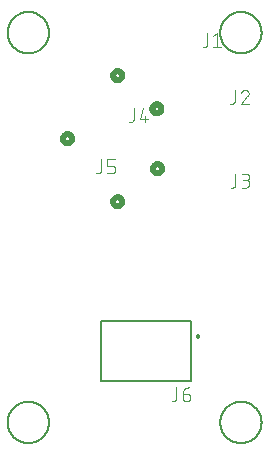
<source format=gbr>
G04 EAGLE Gerber RS-274X export*
G75*
%MOMM*%
%FSLAX34Y34*%
%LPD*%
%INSilkscreen Top*%
%IPPOS*%
%AMOC8*
5,1,8,0,0,1.08239X$1,22.5*%
G01*
%ADD10C,0.508000*%
%ADD11C,0.076200*%
%ADD12C,0.200000*%
%ADD13C,0.127000*%
%ADD14C,0.101600*%
%ADD15C,0.203200*%


D10*
X111900Y303350D02*
X111902Y303228D01*
X111908Y303106D01*
X111918Y302984D01*
X111931Y302863D01*
X111949Y302742D01*
X111970Y302622D01*
X111996Y302502D01*
X112025Y302384D01*
X112057Y302266D01*
X112094Y302149D01*
X112134Y302034D01*
X112178Y301920D01*
X112226Y301808D01*
X112277Y301697D01*
X112332Y301588D01*
X112390Y301480D01*
X112452Y301375D01*
X112517Y301272D01*
X112585Y301170D01*
X112657Y301071D01*
X112731Y300975D01*
X112809Y300880D01*
X112890Y300789D01*
X112973Y300699D01*
X113059Y300613D01*
X113149Y300530D01*
X113240Y300449D01*
X113335Y300371D01*
X113431Y300297D01*
X113530Y300225D01*
X113632Y300157D01*
X113735Y300092D01*
X113840Y300030D01*
X113948Y299972D01*
X114057Y299917D01*
X114168Y299866D01*
X114280Y299818D01*
X114394Y299774D01*
X114509Y299734D01*
X114626Y299697D01*
X114744Y299665D01*
X114862Y299636D01*
X114982Y299610D01*
X115102Y299589D01*
X115223Y299571D01*
X115344Y299558D01*
X115466Y299548D01*
X115588Y299542D01*
X115710Y299540D01*
X115832Y299542D01*
X115954Y299548D01*
X116076Y299558D01*
X116197Y299571D01*
X116318Y299589D01*
X116438Y299610D01*
X116558Y299636D01*
X116676Y299665D01*
X116794Y299697D01*
X116911Y299734D01*
X117026Y299774D01*
X117140Y299818D01*
X117252Y299866D01*
X117363Y299917D01*
X117472Y299972D01*
X117580Y300030D01*
X117685Y300092D01*
X117788Y300157D01*
X117890Y300225D01*
X117989Y300297D01*
X118085Y300371D01*
X118180Y300449D01*
X118271Y300530D01*
X118361Y300613D01*
X118447Y300699D01*
X118530Y300789D01*
X118611Y300880D01*
X118689Y300975D01*
X118763Y301071D01*
X118835Y301170D01*
X118903Y301272D01*
X118968Y301375D01*
X119030Y301480D01*
X119088Y301588D01*
X119143Y301697D01*
X119194Y301808D01*
X119242Y301920D01*
X119286Y302034D01*
X119326Y302149D01*
X119363Y302266D01*
X119395Y302384D01*
X119424Y302502D01*
X119450Y302622D01*
X119471Y302742D01*
X119489Y302863D01*
X119502Y302984D01*
X119512Y303106D01*
X119518Y303228D01*
X119520Y303350D01*
X119518Y303472D01*
X119512Y303594D01*
X119502Y303716D01*
X119489Y303837D01*
X119471Y303958D01*
X119450Y304078D01*
X119424Y304198D01*
X119395Y304316D01*
X119363Y304434D01*
X119326Y304551D01*
X119286Y304666D01*
X119242Y304780D01*
X119194Y304892D01*
X119143Y305003D01*
X119088Y305112D01*
X119030Y305220D01*
X118968Y305325D01*
X118903Y305428D01*
X118835Y305530D01*
X118763Y305629D01*
X118689Y305725D01*
X118611Y305820D01*
X118530Y305911D01*
X118447Y306001D01*
X118361Y306087D01*
X118271Y306170D01*
X118180Y306251D01*
X118085Y306329D01*
X117989Y306403D01*
X117890Y306475D01*
X117788Y306543D01*
X117685Y306608D01*
X117580Y306670D01*
X117472Y306728D01*
X117363Y306783D01*
X117252Y306834D01*
X117140Y306882D01*
X117026Y306926D01*
X116911Y306966D01*
X116794Y307003D01*
X116676Y307035D01*
X116558Y307064D01*
X116438Y307090D01*
X116318Y307111D01*
X116197Y307129D01*
X116076Y307142D01*
X115954Y307152D01*
X115832Y307158D01*
X115710Y307160D01*
X115588Y307158D01*
X115466Y307152D01*
X115344Y307142D01*
X115223Y307129D01*
X115102Y307111D01*
X114982Y307090D01*
X114862Y307064D01*
X114744Y307035D01*
X114626Y307003D01*
X114509Y306966D01*
X114394Y306926D01*
X114280Y306882D01*
X114168Y306834D01*
X114057Y306783D01*
X113948Y306728D01*
X113840Y306670D01*
X113735Y306608D01*
X113632Y306543D01*
X113530Y306475D01*
X113431Y306403D01*
X113335Y306329D01*
X113240Y306251D01*
X113149Y306170D01*
X113059Y306087D01*
X112973Y306001D01*
X112890Y305911D01*
X112809Y305820D01*
X112731Y305725D01*
X112657Y305629D01*
X112585Y305530D01*
X112517Y305428D01*
X112452Y305325D01*
X112390Y305220D01*
X112332Y305112D01*
X112277Y305003D01*
X112226Y304892D01*
X112178Y304780D01*
X112134Y304666D01*
X112094Y304551D01*
X112057Y304434D01*
X112025Y304316D01*
X111996Y304198D01*
X111970Y304078D01*
X111949Y303958D01*
X111931Y303837D01*
X111918Y303716D01*
X111908Y303594D01*
X111902Y303472D01*
X111900Y303350D01*
D11*
X191594Y330034D02*
X191594Y339319D01*
X191594Y330034D02*
X191592Y329932D01*
X191586Y329831D01*
X191576Y329730D01*
X191563Y329629D01*
X191545Y329529D01*
X191524Y329430D01*
X191499Y329331D01*
X191470Y329234D01*
X191438Y329137D01*
X191402Y329042D01*
X191362Y328949D01*
X191319Y328857D01*
X191272Y328767D01*
X191221Y328678D01*
X191168Y328592D01*
X191111Y328508D01*
X191051Y328426D01*
X190988Y328346D01*
X190922Y328269D01*
X190853Y328194D01*
X190781Y328122D01*
X190706Y328053D01*
X190629Y327987D01*
X190549Y327924D01*
X190467Y327864D01*
X190383Y327807D01*
X190297Y327754D01*
X190208Y327703D01*
X190118Y327656D01*
X190026Y327613D01*
X189933Y327573D01*
X189838Y327537D01*
X189741Y327505D01*
X189644Y327476D01*
X189545Y327451D01*
X189446Y327430D01*
X189346Y327412D01*
X189245Y327399D01*
X189144Y327389D01*
X189043Y327383D01*
X188941Y327381D01*
X187615Y327381D01*
X196732Y336666D02*
X200049Y339319D01*
X200049Y327381D01*
X203365Y327381D02*
X196732Y327381D01*
D10*
X152720Y275400D02*
X152718Y275278D01*
X152712Y275156D01*
X152702Y275034D01*
X152689Y274913D01*
X152671Y274792D01*
X152650Y274672D01*
X152624Y274552D01*
X152595Y274434D01*
X152563Y274316D01*
X152526Y274199D01*
X152486Y274084D01*
X152442Y273970D01*
X152394Y273858D01*
X152343Y273747D01*
X152288Y273638D01*
X152230Y273530D01*
X152168Y273425D01*
X152103Y273322D01*
X152035Y273220D01*
X151963Y273121D01*
X151889Y273025D01*
X151811Y272930D01*
X151730Y272839D01*
X151647Y272749D01*
X151561Y272663D01*
X151471Y272580D01*
X151380Y272499D01*
X151285Y272421D01*
X151189Y272347D01*
X151090Y272275D01*
X150988Y272207D01*
X150885Y272142D01*
X150780Y272080D01*
X150672Y272022D01*
X150563Y271967D01*
X150452Y271916D01*
X150340Y271868D01*
X150226Y271824D01*
X150111Y271784D01*
X149994Y271747D01*
X149876Y271715D01*
X149758Y271686D01*
X149638Y271660D01*
X149518Y271639D01*
X149397Y271621D01*
X149276Y271608D01*
X149154Y271598D01*
X149032Y271592D01*
X148910Y271590D01*
X148788Y271592D01*
X148666Y271598D01*
X148544Y271608D01*
X148423Y271621D01*
X148302Y271639D01*
X148182Y271660D01*
X148062Y271686D01*
X147944Y271715D01*
X147826Y271747D01*
X147709Y271784D01*
X147594Y271824D01*
X147480Y271868D01*
X147368Y271916D01*
X147257Y271967D01*
X147148Y272022D01*
X147040Y272080D01*
X146935Y272142D01*
X146832Y272207D01*
X146730Y272275D01*
X146631Y272347D01*
X146535Y272421D01*
X146440Y272499D01*
X146349Y272580D01*
X146259Y272663D01*
X146173Y272749D01*
X146090Y272839D01*
X146009Y272930D01*
X145931Y273025D01*
X145857Y273121D01*
X145785Y273220D01*
X145717Y273322D01*
X145652Y273425D01*
X145590Y273530D01*
X145532Y273638D01*
X145477Y273747D01*
X145426Y273858D01*
X145378Y273970D01*
X145334Y274084D01*
X145294Y274199D01*
X145257Y274316D01*
X145225Y274434D01*
X145196Y274552D01*
X145170Y274672D01*
X145149Y274792D01*
X145131Y274913D01*
X145118Y275034D01*
X145108Y275156D01*
X145102Y275278D01*
X145100Y275400D01*
X145102Y275522D01*
X145108Y275644D01*
X145118Y275766D01*
X145131Y275887D01*
X145149Y276008D01*
X145170Y276128D01*
X145196Y276248D01*
X145225Y276366D01*
X145257Y276484D01*
X145294Y276601D01*
X145334Y276716D01*
X145378Y276830D01*
X145426Y276942D01*
X145477Y277053D01*
X145532Y277162D01*
X145590Y277270D01*
X145652Y277375D01*
X145717Y277478D01*
X145785Y277580D01*
X145857Y277679D01*
X145931Y277775D01*
X146009Y277870D01*
X146090Y277961D01*
X146173Y278051D01*
X146259Y278137D01*
X146349Y278220D01*
X146440Y278301D01*
X146535Y278379D01*
X146631Y278453D01*
X146730Y278525D01*
X146832Y278593D01*
X146935Y278658D01*
X147040Y278720D01*
X147148Y278778D01*
X147257Y278833D01*
X147368Y278884D01*
X147480Y278932D01*
X147594Y278976D01*
X147709Y279016D01*
X147826Y279053D01*
X147944Y279085D01*
X148062Y279114D01*
X148182Y279140D01*
X148302Y279161D01*
X148423Y279179D01*
X148544Y279192D01*
X148666Y279202D01*
X148788Y279208D01*
X148910Y279210D01*
X149032Y279208D01*
X149154Y279202D01*
X149276Y279192D01*
X149397Y279179D01*
X149518Y279161D01*
X149638Y279140D01*
X149758Y279114D01*
X149876Y279085D01*
X149994Y279053D01*
X150111Y279016D01*
X150226Y278976D01*
X150340Y278932D01*
X150452Y278884D01*
X150563Y278833D01*
X150672Y278778D01*
X150780Y278720D01*
X150885Y278658D01*
X150988Y278593D01*
X151090Y278525D01*
X151189Y278453D01*
X151285Y278379D01*
X151380Y278301D01*
X151471Y278220D01*
X151561Y278137D01*
X151647Y278051D01*
X151730Y277961D01*
X151811Y277870D01*
X151889Y277775D01*
X151963Y277679D01*
X152035Y277580D01*
X152103Y277478D01*
X152168Y277375D01*
X152230Y277270D01*
X152288Y277162D01*
X152343Y277053D01*
X152394Y276942D01*
X152442Y276830D01*
X152486Y276716D01*
X152526Y276601D01*
X152563Y276484D01*
X152595Y276366D01*
X152624Y276248D01*
X152650Y276128D01*
X152671Y276008D01*
X152689Y275887D01*
X152702Y275766D01*
X152712Y275644D01*
X152718Y275522D01*
X152720Y275400D01*
D11*
X214794Y282084D02*
X214794Y291369D01*
X214794Y282084D02*
X214792Y281982D01*
X214786Y281881D01*
X214776Y281780D01*
X214763Y281679D01*
X214745Y281579D01*
X214724Y281480D01*
X214699Y281381D01*
X214670Y281284D01*
X214638Y281187D01*
X214602Y281092D01*
X214562Y280999D01*
X214519Y280907D01*
X214472Y280817D01*
X214421Y280728D01*
X214368Y280642D01*
X214311Y280558D01*
X214251Y280476D01*
X214188Y280396D01*
X214122Y280319D01*
X214053Y280244D01*
X213981Y280172D01*
X213906Y280103D01*
X213829Y280037D01*
X213749Y279974D01*
X213667Y279914D01*
X213583Y279857D01*
X213497Y279804D01*
X213408Y279753D01*
X213318Y279706D01*
X213226Y279663D01*
X213133Y279623D01*
X213038Y279587D01*
X212941Y279555D01*
X212844Y279526D01*
X212745Y279501D01*
X212646Y279480D01*
X212546Y279462D01*
X212445Y279449D01*
X212344Y279439D01*
X212243Y279433D01*
X212141Y279431D01*
X210815Y279431D01*
X223580Y291370D02*
X223687Y291368D01*
X223793Y291362D01*
X223899Y291353D01*
X224005Y291340D01*
X224110Y291323D01*
X224215Y291302D01*
X224318Y291277D01*
X224421Y291249D01*
X224523Y291217D01*
X224623Y291182D01*
X224722Y291143D01*
X224820Y291100D01*
X224916Y291054D01*
X225011Y291005D01*
X225103Y290952D01*
X225194Y290896D01*
X225282Y290837D01*
X225369Y290775D01*
X225453Y290709D01*
X225535Y290641D01*
X225614Y290570D01*
X225691Y290496D01*
X225765Y290419D01*
X225836Y290340D01*
X225904Y290258D01*
X225970Y290174D01*
X226032Y290087D01*
X226091Y289999D01*
X226147Y289908D01*
X226200Y289816D01*
X226249Y289721D01*
X226295Y289625D01*
X226338Y289527D01*
X226377Y289428D01*
X226412Y289328D01*
X226444Y289226D01*
X226472Y289123D01*
X226497Y289020D01*
X226518Y288915D01*
X226535Y288810D01*
X226548Y288704D01*
X226557Y288598D01*
X226563Y288492D01*
X226565Y288385D01*
X223580Y291369D02*
X223459Y291367D01*
X223339Y291361D01*
X223219Y291352D01*
X223099Y291339D01*
X222980Y291322D01*
X222861Y291301D01*
X222743Y291277D01*
X222626Y291248D01*
X222510Y291217D01*
X222394Y291181D01*
X222280Y291142D01*
X222168Y291099D01*
X222056Y291053D01*
X221946Y291004D01*
X221838Y290950D01*
X221732Y290894D01*
X221627Y290834D01*
X221524Y290771D01*
X221424Y290705D01*
X221325Y290636D01*
X221229Y290563D01*
X221135Y290488D01*
X221043Y290410D01*
X220954Y290328D01*
X220867Y290244D01*
X220784Y290158D01*
X220702Y290069D01*
X220624Y289977D01*
X220549Y289883D01*
X220477Y289786D01*
X220407Y289688D01*
X220341Y289587D01*
X220278Y289484D01*
X220219Y289379D01*
X220162Y289273D01*
X220109Y289164D01*
X220060Y289055D01*
X220014Y288943D01*
X219971Y288830D01*
X219933Y288716D01*
X225570Y286063D02*
X225650Y286143D01*
X225728Y286225D01*
X225802Y286309D01*
X225874Y286397D01*
X225942Y286487D01*
X226008Y286579D01*
X226070Y286673D01*
X226128Y286769D01*
X226183Y286868D01*
X226235Y286968D01*
X226283Y287070D01*
X226328Y287174D01*
X226368Y287279D01*
X226405Y287386D01*
X226439Y287494D01*
X226468Y287603D01*
X226494Y287713D01*
X226515Y287824D01*
X226533Y287935D01*
X226547Y288047D01*
X226557Y288159D01*
X226563Y288272D01*
X226565Y288385D01*
X225570Y286063D02*
X219932Y279431D01*
X226565Y279431D01*
D10*
X153320Y224600D02*
X153318Y224478D01*
X153312Y224356D01*
X153302Y224234D01*
X153289Y224113D01*
X153271Y223992D01*
X153250Y223872D01*
X153224Y223752D01*
X153195Y223634D01*
X153163Y223516D01*
X153126Y223399D01*
X153086Y223284D01*
X153042Y223170D01*
X152994Y223058D01*
X152943Y222947D01*
X152888Y222838D01*
X152830Y222730D01*
X152768Y222625D01*
X152703Y222522D01*
X152635Y222420D01*
X152563Y222321D01*
X152489Y222225D01*
X152411Y222130D01*
X152330Y222039D01*
X152247Y221949D01*
X152161Y221863D01*
X152071Y221780D01*
X151980Y221699D01*
X151885Y221621D01*
X151789Y221547D01*
X151690Y221475D01*
X151588Y221407D01*
X151485Y221342D01*
X151380Y221280D01*
X151272Y221222D01*
X151163Y221167D01*
X151052Y221116D01*
X150940Y221068D01*
X150826Y221024D01*
X150711Y220984D01*
X150594Y220947D01*
X150476Y220915D01*
X150358Y220886D01*
X150238Y220860D01*
X150118Y220839D01*
X149997Y220821D01*
X149876Y220808D01*
X149754Y220798D01*
X149632Y220792D01*
X149510Y220790D01*
X149388Y220792D01*
X149266Y220798D01*
X149144Y220808D01*
X149023Y220821D01*
X148902Y220839D01*
X148782Y220860D01*
X148662Y220886D01*
X148544Y220915D01*
X148426Y220947D01*
X148309Y220984D01*
X148194Y221024D01*
X148080Y221068D01*
X147968Y221116D01*
X147857Y221167D01*
X147748Y221222D01*
X147640Y221280D01*
X147535Y221342D01*
X147432Y221407D01*
X147330Y221475D01*
X147231Y221547D01*
X147135Y221621D01*
X147040Y221699D01*
X146949Y221780D01*
X146859Y221863D01*
X146773Y221949D01*
X146690Y222039D01*
X146609Y222130D01*
X146531Y222225D01*
X146457Y222321D01*
X146385Y222420D01*
X146317Y222522D01*
X146252Y222625D01*
X146190Y222730D01*
X146132Y222838D01*
X146077Y222947D01*
X146026Y223058D01*
X145978Y223170D01*
X145934Y223284D01*
X145894Y223399D01*
X145857Y223516D01*
X145825Y223634D01*
X145796Y223752D01*
X145770Y223872D01*
X145749Y223992D01*
X145731Y224113D01*
X145718Y224234D01*
X145708Y224356D01*
X145702Y224478D01*
X145700Y224600D01*
X145702Y224722D01*
X145708Y224844D01*
X145718Y224966D01*
X145731Y225087D01*
X145749Y225208D01*
X145770Y225328D01*
X145796Y225448D01*
X145825Y225566D01*
X145857Y225684D01*
X145894Y225801D01*
X145934Y225916D01*
X145978Y226030D01*
X146026Y226142D01*
X146077Y226253D01*
X146132Y226362D01*
X146190Y226470D01*
X146252Y226575D01*
X146317Y226678D01*
X146385Y226780D01*
X146457Y226879D01*
X146531Y226975D01*
X146609Y227070D01*
X146690Y227161D01*
X146773Y227251D01*
X146859Y227337D01*
X146949Y227420D01*
X147040Y227501D01*
X147135Y227579D01*
X147231Y227653D01*
X147330Y227725D01*
X147432Y227793D01*
X147535Y227858D01*
X147640Y227920D01*
X147748Y227978D01*
X147857Y228033D01*
X147968Y228084D01*
X148080Y228132D01*
X148194Y228176D01*
X148309Y228216D01*
X148426Y228253D01*
X148544Y228285D01*
X148662Y228314D01*
X148782Y228340D01*
X148902Y228361D01*
X149023Y228379D01*
X149144Y228392D01*
X149266Y228402D01*
X149388Y228408D01*
X149510Y228410D01*
X149632Y228408D01*
X149754Y228402D01*
X149876Y228392D01*
X149997Y228379D01*
X150118Y228361D01*
X150238Y228340D01*
X150358Y228314D01*
X150476Y228285D01*
X150594Y228253D01*
X150711Y228216D01*
X150826Y228176D01*
X150940Y228132D01*
X151052Y228084D01*
X151163Y228033D01*
X151272Y227978D01*
X151380Y227920D01*
X151485Y227858D01*
X151588Y227793D01*
X151690Y227725D01*
X151789Y227653D01*
X151885Y227579D01*
X151980Y227501D01*
X152071Y227420D01*
X152161Y227337D01*
X152247Y227251D01*
X152330Y227161D01*
X152411Y227070D01*
X152489Y226975D01*
X152563Y226879D01*
X152635Y226780D01*
X152703Y226678D01*
X152768Y226575D01*
X152830Y226470D01*
X152888Y226362D01*
X152943Y226253D01*
X152994Y226142D01*
X153042Y226030D01*
X153086Y225916D01*
X153126Y225801D01*
X153163Y225684D01*
X153195Y225566D01*
X153224Y225448D01*
X153250Y225328D01*
X153271Y225208D01*
X153289Y225087D01*
X153302Y224966D01*
X153312Y224844D01*
X153318Y224722D01*
X153320Y224600D01*
D11*
X215394Y220569D02*
X215394Y211284D01*
X215392Y211182D01*
X215386Y211081D01*
X215376Y210980D01*
X215363Y210879D01*
X215345Y210779D01*
X215324Y210680D01*
X215299Y210581D01*
X215270Y210484D01*
X215238Y210387D01*
X215202Y210292D01*
X215162Y210199D01*
X215119Y210107D01*
X215072Y210017D01*
X215021Y209928D01*
X214968Y209842D01*
X214911Y209758D01*
X214851Y209676D01*
X214788Y209596D01*
X214722Y209519D01*
X214653Y209444D01*
X214581Y209372D01*
X214506Y209303D01*
X214429Y209237D01*
X214349Y209174D01*
X214267Y209114D01*
X214183Y209057D01*
X214097Y209004D01*
X214008Y208953D01*
X213918Y208906D01*
X213826Y208863D01*
X213733Y208823D01*
X213638Y208787D01*
X213541Y208755D01*
X213444Y208726D01*
X213345Y208701D01*
X213246Y208680D01*
X213146Y208662D01*
X213045Y208649D01*
X212944Y208639D01*
X212843Y208633D01*
X212741Y208631D01*
X211415Y208631D01*
X220532Y208631D02*
X223849Y208631D01*
X223963Y208633D01*
X224078Y208639D01*
X224192Y208649D01*
X224305Y208663D01*
X224419Y208680D01*
X224531Y208702D01*
X224643Y208727D01*
X224753Y208757D01*
X224863Y208790D01*
X224971Y208827D01*
X225078Y208867D01*
X225184Y208912D01*
X225288Y208959D01*
X225390Y209011D01*
X225490Y209066D01*
X225589Y209124D01*
X225685Y209186D01*
X225780Y209251D01*
X225871Y209319D01*
X225961Y209391D01*
X226048Y209465D01*
X226132Y209542D01*
X226214Y209623D01*
X226293Y209706D01*
X226369Y209791D01*
X226442Y209880D01*
X226511Y209970D01*
X226578Y210063D01*
X226641Y210159D01*
X226701Y210256D01*
X226758Y210356D01*
X226811Y210457D01*
X226861Y210560D01*
X226907Y210665D01*
X226950Y210771D01*
X226988Y210879D01*
X227023Y210988D01*
X227054Y211098D01*
X227082Y211209D01*
X227105Y211321D01*
X227125Y211434D01*
X227141Y211547D01*
X227153Y211661D01*
X227161Y211775D01*
X227165Y211890D01*
X227165Y212004D01*
X227161Y212119D01*
X227153Y212233D01*
X227141Y212347D01*
X227125Y212460D01*
X227105Y212573D01*
X227082Y212685D01*
X227054Y212796D01*
X227023Y212906D01*
X226988Y213015D01*
X226950Y213123D01*
X226907Y213229D01*
X226861Y213334D01*
X226811Y213437D01*
X226758Y213538D01*
X226701Y213638D01*
X226641Y213735D01*
X226578Y213831D01*
X226511Y213924D01*
X226442Y214014D01*
X226369Y214103D01*
X226293Y214188D01*
X226214Y214271D01*
X226132Y214352D01*
X226048Y214429D01*
X225961Y214503D01*
X225871Y214575D01*
X225780Y214643D01*
X225685Y214708D01*
X225589Y214770D01*
X225490Y214828D01*
X225390Y214883D01*
X225288Y214935D01*
X225184Y214982D01*
X225078Y215027D01*
X224971Y215067D01*
X224863Y215104D01*
X224753Y215137D01*
X224643Y215167D01*
X224531Y215192D01*
X224419Y215214D01*
X224305Y215231D01*
X224192Y215245D01*
X224078Y215255D01*
X223963Y215261D01*
X223849Y215263D01*
X224512Y220569D02*
X220532Y220569D01*
X224512Y220569D02*
X224614Y220567D01*
X224715Y220561D01*
X224816Y220551D01*
X224917Y220538D01*
X225017Y220520D01*
X225116Y220499D01*
X225215Y220474D01*
X225312Y220445D01*
X225409Y220413D01*
X225504Y220377D01*
X225597Y220337D01*
X225689Y220294D01*
X225779Y220247D01*
X225868Y220196D01*
X225954Y220143D01*
X226038Y220086D01*
X226120Y220026D01*
X226200Y219963D01*
X226277Y219897D01*
X226352Y219828D01*
X226424Y219756D01*
X226493Y219681D01*
X226559Y219604D01*
X226622Y219524D01*
X226682Y219442D01*
X226739Y219358D01*
X226792Y219272D01*
X226843Y219183D01*
X226890Y219093D01*
X226933Y219001D01*
X226973Y218908D01*
X227009Y218813D01*
X227041Y218716D01*
X227070Y218619D01*
X227095Y218520D01*
X227116Y218421D01*
X227134Y218321D01*
X227147Y218220D01*
X227157Y218119D01*
X227163Y218018D01*
X227165Y217916D01*
X227163Y217814D01*
X227157Y217713D01*
X227147Y217612D01*
X227134Y217511D01*
X227116Y217411D01*
X227095Y217312D01*
X227070Y217213D01*
X227041Y217116D01*
X227009Y217019D01*
X226973Y216924D01*
X226933Y216831D01*
X226890Y216739D01*
X226843Y216649D01*
X226792Y216560D01*
X226739Y216474D01*
X226682Y216390D01*
X226622Y216308D01*
X226559Y216228D01*
X226493Y216151D01*
X226424Y216076D01*
X226352Y216004D01*
X226277Y215935D01*
X226200Y215869D01*
X226120Y215806D01*
X226038Y215746D01*
X225954Y215689D01*
X225868Y215636D01*
X225779Y215585D01*
X225689Y215538D01*
X225597Y215495D01*
X225504Y215455D01*
X225409Y215419D01*
X225312Y215387D01*
X225215Y215358D01*
X225116Y215333D01*
X225017Y215312D01*
X224917Y215294D01*
X224816Y215281D01*
X224715Y215271D01*
X224614Y215265D01*
X224512Y215263D01*
X221859Y215263D01*
D10*
X77120Y250000D02*
X77118Y249878D01*
X77112Y249756D01*
X77102Y249634D01*
X77089Y249513D01*
X77071Y249392D01*
X77050Y249272D01*
X77024Y249152D01*
X76995Y249034D01*
X76963Y248916D01*
X76926Y248799D01*
X76886Y248684D01*
X76842Y248570D01*
X76794Y248458D01*
X76743Y248347D01*
X76688Y248238D01*
X76630Y248130D01*
X76568Y248025D01*
X76503Y247922D01*
X76435Y247820D01*
X76363Y247721D01*
X76289Y247625D01*
X76211Y247530D01*
X76130Y247439D01*
X76047Y247349D01*
X75961Y247263D01*
X75871Y247180D01*
X75780Y247099D01*
X75685Y247021D01*
X75589Y246947D01*
X75490Y246875D01*
X75388Y246807D01*
X75285Y246742D01*
X75180Y246680D01*
X75072Y246622D01*
X74963Y246567D01*
X74852Y246516D01*
X74740Y246468D01*
X74626Y246424D01*
X74511Y246384D01*
X74394Y246347D01*
X74276Y246315D01*
X74158Y246286D01*
X74038Y246260D01*
X73918Y246239D01*
X73797Y246221D01*
X73676Y246208D01*
X73554Y246198D01*
X73432Y246192D01*
X73310Y246190D01*
X73188Y246192D01*
X73066Y246198D01*
X72944Y246208D01*
X72823Y246221D01*
X72702Y246239D01*
X72582Y246260D01*
X72462Y246286D01*
X72344Y246315D01*
X72226Y246347D01*
X72109Y246384D01*
X71994Y246424D01*
X71880Y246468D01*
X71768Y246516D01*
X71657Y246567D01*
X71548Y246622D01*
X71440Y246680D01*
X71335Y246742D01*
X71232Y246807D01*
X71130Y246875D01*
X71031Y246947D01*
X70935Y247021D01*
X70840Y247099D01*
X70749Y247180D01*
X70659Y247263D01*
X70573Y247349D01*
X70490Y247439D01*
X70409Y247530D01*
X70331Y247625D01*
X70257Y247721D01*
X70185Y247820D01*
X70117Y247922D01*
X70052Y248025D01*
X69990Y248130D01*
X69932Y248238D01*
X69877Y248347D01*
X69826Y248458D01*
X69778Y248570D01*
X69734Y248684D01*
X69694Y248799D01*
X69657Y248916D01*
X69625Y249034D01*
X69596Y249152D01*
X69570Y249272D01*
X69549Y249392D01*
X69531Y249513D01*
X69518Y249634D01*
X69508Y249756D01*
X69502Y249878D01*
X69500Y250000D01*
X69502Y250122D01*
X69508Y250244D01*
X69518Y250366D01*
X69531Y250487D01*
X69549Y250608D01*
X69570Y250728D01*
X69596Y250848D01*
X69625Y250966D01*
X69657Y251084D01*
X69694Y251201D01*
X69734Y251316D01*
X69778Y251430D01*
X69826Y251542D01*
X69877Y251653D01*
X69932Y251762D01*
X69990Y251870D01*
X70052Y251975D01*
X70117Y252078D01*
X70185Y252180D01*
X70257Y252279D01*
X70331Y252375D01*
X70409Y252470D01*
X70490Y252561D01*
X70573Y252651D01*
X70659Y252737D01*
X70749Y252820D01*
X70840Y252901D01*
X70935Y252979D01*
X71031Y253053D01*
X71130Y253125D01*
X71232Y253193D01*
X71335Y253258D01*
X71440Y253320D01*
X71548Y253378D01*
X71657Y253433D01*
X71768Y253484D01*
X71880Y253532D01*
X71994Y253576D01*
X72109Y253616D01*
X72226Y253653D01*
X72344Y253685D01*
X72462Y253714D01*
X72582Y253740D01*
X72702Y253761D01*
X72823Y253779D01*
X72944Y253792D01*
X73066Y253802D01*
X73188Y253808D01*
X73310Y253810D01*
X73432Y253808D01*
X73554Y253802D01*
X73676Y253792D01*
X73797Y253779D01*
X73918Y253761D01*
X74038Y253740D01*
X74158Y253714D01*
X74276Y253685D01*
X74394Y253653D01*
X74511Y253616D01*
X74626Y253576D01*
X74740Y253532D01*
X74852Y253484D01*
X74963Y253433D01*
X75072Y253378D01*
X75180Y253320D01*
X75285Y253258D01*
X75388Y253193D01*
X75490Y253125D01*
X75589Y253053D01*
X75685Y252979D01*
X75780Y252901D01*
X75871Y252820D01*
X75961Y252737D01*
X76047Y252651D01*
X76130Y252561D01*
X76211Y252470D01*
X76289Y252375D01*
X76363Y252279D01*
X76435Y252180D01*
X76503Y252078D01*
X76568Y251975D01*
X76630Y251870D01*
X76688Y251762D01*
X76743Y251653D01*
X76794Y251542D01*
X76842Y251430D01*
X76886Y251316D01*
X76926Y251201D01*
X76963Y251084D01*
X76995Y250966D01*
X77024Y250848D01*
X77050Y250728D01*
X77071Y250608D01*
X77089Y250487D01*
X77102Y250366D01*
X77112Y250244D01*
X77118Y250122D01*
X77120Y250000D01*
D11*
X129194Y266684D02*
X129194Y275969D01*
X129194Y266684D02*
X129192Y266582D01*
X129186Y266481D01*
X129176Y266380D01*
X129163Y266279D01*
X129145Y266179D01*
X129124Y266080D01*
X129099Y265981D01*
X129070Y265884D01*
X129038Y265787D01*
X129002Y265692D01*
X128962Y265599D01*
X128919Y265507D01*
X128872Y265417D01*
X128821Y265328D01*
X128768Y265242D01*
X128711Y265158D01*
X128651Y265076D01*
X128588Y264996D01*
X128522Y264919D01*
X128453Y264844D01*
X128381Y264772D01*
X128306Y264703D01*
X128229Y264637D01*
X128149Y264574D01*
X128067Y264514D01*
X127983Y264457D01*
X127897Y264404D01*
X127808Y264353D01*
X127718Y264306D01*
X127626Y264263D01*
X127533Y264223D01*
X127438Y264187D01*
X127341Y264155D01*
X127244Y264126D01*
X127145Y264101D01*
X127046Y264080D01*
X126946Y264062D01*
X126845Y264049D01*
X126744Y264039D01*
X126643Y264033D01*
X126541Y264031D01*
X125215Y264031D01*
X134332Y266684D02*
X136985Y275969D01*
X134332Y266684D02*
X140965Y266684D01*
X138975Y269337D02*
X138975Y264031D01*
D10*
X119520Y196650D02*
X119518Y196528D01*
X119512Y196406D01*
X119502Y196284D01*
X119489Y196163D01*
X119471Y196042D01*
X119450Y195922D01*
X119424Y195802D01*
X119395Y195684D01*
X119363Y195566D01*
X119326Y195449D01*
X119286Y195334D01*
X119242Y195220D01*
X119194Y195108D01*
X119143Y194997D01*
X119088Y194888D01*
X119030Y194780D01*
X118968Y194675D01*
X118903Y194572D01*
X118835Y194470D01*
X118763Y194371D01*
X118689Y194275D01*
X118611Y194180D01*
X118530Y194089D01*
X118447Y193999D01*
X118361Y193913D01*
X118271Y193830D01*
X118180Y193749D01*
X118085Y193671D01*
X117989Y193597D01*
X117890Y193525D01*
X117788Y193457D01*
X117685Y193392D01*
X117580Y193330D01*
X117472Y193272D01*
X117363Y193217D01*
X117252Y193166D01*
X117140Y193118D01*
X117026Y193074D01*
X116911Y193034D01*
X116794Y192997D01*
X116676Y192965D01*
X116558Y192936D01*
X116438Y192910D01*
X116318Y192889D01*
X116197Y192871D01*
X116076Y192858D01*
X115954Y192848D01*
X115832Y192842D01*
X115710Y192840D01*
X115588Y192842D01*
X115466Y192848D01*
X115344Y192858D01*
X115223Y192871D01*
X115102Y192889D01*
X114982Y192910D01*
X114862Y192936D01*
X114744Y192965D01*
X114626Y192997D01*
X114509Y193034D01*
X114394Y193074D01*
X114280Y193118D01*
X114168Y193166D01*
X114057Y193217D01*
X113948Y193272D01*
X113840Y193330D01*
X113735Y193392D01*
X113632Y193457D01*
X113530Y193525D01*
X113431Y193597D01*
X113335Y193671D01*
X113240Y193749D01*
X113149Y193830D01*
X113059Y193913D01*
X112973Y193999D01*
X112890Y194089D01*
X112809Y194180D01*
X112731Y194275D01*
X112657Y194371D01*
X112585Y194470D01*
X112517Y194572D01*
X112452Y194675D01*
X112390Y194780D01*
X112332Y194888D01*
X112277Y194997D01*
X112226Y195108D01*
X112178Y195220D01*
X112134Y195334D01*
X112094Y195449D01*
X112057Y195566D01*
X112025Y195684D01*
X111996Y195802D01*
X111970Y195922D01*
X111949Y196042D01*
X111931Y196163D01*
X111918Y196284D01*
X111908Y196406D01*
X111902Y196528D01*
X111900Y196650D01*
X111902Y196772D01*
X111908Y196894D01*
X111918Y197016D01*
X111931Y197137D01*
X111949Y197258D01*
X111970Y197378D01*
X111996Y197498D01*
X112025Y197616D01*
X112057Y197734D01*
X112094Y197851D01*
X112134Y197966D01*
X112178Y198080D01*
X112226Y198192D01*
X112277Y198303D01*
X112332Y198412D01*
X112390Y198520D01*
X112452Y198625D01*
X112517Y198728D01*
X112585Y198830D01*
X112657Y198929D01*
X112731Y199025D01*
X112809Y199120D01*
X112890Y199211D01*
X112973Y199301D01*
X113059Y199387D01*
X113149Y199470D01*
X113240Y199551D01*
X113335Y199629D01*
X113431Y199703D01*
X113530Y199775D01*
X113632Y199843D01*
X113735Y199908D01*
X113840Y199970D01*
X113948Y200028D01*
X114057Y200083D01*
X114168Y200134D01*
X114280Y200182D01*
X114394Y200226D01*
X114509Y200266D01*
X114626Y200303D01*
X114744Y200335D01*
X114862Y200364D01*
X114982Y200390D01*
X115102Y200411D01*
X115223Y200429D01*
X115344Y200442D01*
X115466Y200452D01*
X115588Y200458D01*
X115710Y200460D01*
X115832Y200458D01*
X115954Y200452D01*
X116076Y200442D01*
X116197Y200429D01*
X116318Y200411D01*
X116438Y200390D01*
X116558Y200364D01*
X116676Y200335D01*
X116794Y200303D01*
X116911Y200266D01*
X117026Y200226D01*
X117140Y200182D01*
X117252Y200134D01*
X117363Y200083D01*
X117472Y200028D01*
X117580Y199970D01*
X117685Y199908D01*
X117788Y199843D01*
X117890Y199775D01*
X117989Y199703D01*
X118085Y199629D01*
X118180Y199551D01*
X118271Y199470D01*
X118361Y199387D01*
X118447Y199301D01*
X118530Y199211D01*
X118611Y199120D01*
X118689Y199025D01*
X118763Y198929D01*
X118835Y198830D01*
X118903Y198728D01*
X118968Y198625D01*
X119030Y198520D01*
X119088Y198412D01*
X119143Y198303D01*
X119194Y198192D01*
X119242Y198080D01*
X119286Y197966D01*
X119326Y197851D01*
X119363Y197734D01*
X119395Y197616D01*
X119424Y197498D01*
X119450Y197378D01*
X119471Y197258D01*
X119489Y197137D01*
X119502Y197016D01*
X119512Y196894D01*
X119518Y196772D01*
X119520Y196650D01*
D11*
X101594Y223334D02*
X101594Y232619D01*
X101594Y223334D02*
X101592Y223232D01*
X101586Y223131D01*
X101576Y223030D01*
X101563Y222929D01*
X101545Y222829D01*
X101524Y222730D01*
X101499Y222631D01*
X101470Y222534D01*
X101438Y222437D01*
X101402Y222342D01*
X101362Y222249D01*
X101319Y222157D01*
X101272Y222067D01*
X101221Y221978D01*
X101168Y221892D01*
X101111Y221808D01*
X101051Y221726D01*
X100988Y221646D01*
X100922Y221569D01*
X100853Y221494D01*
X100781Y221422D01*
X100706Y221353D01*
X100629Y221287D01*
X100549Y221224D01*
X100467Y221164D01*
X100383Y221107D01*
X100297Y221054D01*
X100208Y221003D01*
X100118Y220956D01*
X100026Y220913D01*
X99933Y220873D01*
X99838Y220837D01*
X99741Y220805D01*
X99644Y220776D01*
X99545Y220751D01*
X99446Y220730D01*
X99346Y220712D01*
X99245Y220699D01*
X99144Y220689D01*
X99043Y220683D01*
X98941Y220681D01*
X97615Y220681D01*
X106732Y220681D02*
X110712Y220681D01*
X110814Y220683D01*
X110915Y220689D01*
X111016Y220699D01*
X111117Y220712D01*
X111217Y220730D01*
X111316Y220751D01*
X111415Y220776D01*
X111512Y220805D01*
X111609Y220837D01*
X111704Y220873D01*
X111797Y220913D01*
X111889Y220956D01*
X111979Y221003D01*
X112068Y221054D01*
X112154Y221107D01*
X112238Y221164D01*
X112320Y221224D01*
X112400Y221287D01*
X112477Y221353D01*
X112552Y221422D01*
X112624Y221494D01*
X112693Y221569D01*
X112759Y221646D01*
X112822Y221726D01*
X112882Y221808D01*
X112939Y221892D01*
X112992Y221978D01*
X113043Y222067D01*
X113090Y222157D01*
X113133Y222249D01*
X113173Y222342D01*
X113209Y222437D01*
X113241Y222534D01*
X113270Y222631D01*
X113295Y222729D01*
X113316Y222829D01*
X113334Y222929D01*
X113347Y223030D01*
X113357Y223131D01*
X113363Y223232D01*
X113365Y223334D01*
X113365Y224660D01*
X113363Y224762D01*
X113357Y224863D01*
X113347Y224964D01*
X113334Y225065D01*
X113316Y225165D01*
X113295Y225264D01*
X113270Y225363D01*
X113241Y225460D01*
X113209Y225557D01*
X113173Y225652D01*
X113133Y225745D01*
X113090Y225837D01*
X113043Y225927D01*
X112992Y226016D01*
X112939Y226102D01*
X112882Y226186D01*
X112822Y226268D01*
X112759Y226348D01*
X112693Y226425D01*
X112624Y226500D01*
X112552Y226572D01*
X112477Y226641D01*
X112400Y226707D01*
X112320Y226770D01*
X112238Y226830D01*
X112154Y226887D01*
X112068Y226940D01*
X111979Y226991D01*
X111889Y227038D01*
X111797Y227081D01*
X111704Y227121D01*
X111609Y227157D01*
X111512Y227189D01*
X111415Y227218D01*
X111316Y227243D01*
X111217Y227264D01*
X111117Y227282D01*
X111016Y227295D01*
X110915Y227305D01*
X110814Y227311D01*
X110712Y227313D01*
X106732Y227313D01*
X106732Y232619D01*
X113365Y232619D01*
D12*
X182700Y82700D02*
X182702Y82763D01*
X182708Y82825D01*
X182718Y82887D01*
X182731Y82949D01*
X182749Y83009D01*
X182770Y83068D01*
X182795Y83126D01*
X182824Y83182D01*
X182856Y83236D01*
X182891Y83288D01*
X182929Y83337D01*
X182971Y83385D01*
X183015Y83429D01*
X183063Y83471D01*
X183112Y83509D01*
X183164Y83544D01*
X183218Y83576D01*
X183274Y83605D01*
X183332Y83630D01*
X183391Y83651D01*
X183451Y83669D01*
X183513Y83682D01*
X183575Y83692D01*
X183637Y83698D01*
X183700Y83700D01*
X183763Y83698D01*
X183825Y83692D01*
X183887Y83682D01*
X183949Y83669D01*
X184009Y83651D01*
X184068Y83630D01*
X184126Y83605D01*
X184182Y83576D01*
X184236Y83544D01*
X184288Y83509D01*
X184337Y83471D01*
X184385Y83429D01*
X184429Y83385D01*
X184471Y83337D01*
X184509Y83288D01*
X184544Y83236D01*
X184576Y83182D01*
X184605Y83126D01*
X184630Y83068D01*
X184651Y83009D01*
X184669Y82949D01*
X184682Y82887D01*
X184692Y82825D01*
X184698Y82763D01*
X184700Y82700D01*
X184698Y82637D01*
X184692Y82575D01*
X184682Y82513D01*
X184669Y82451D01*
X184651Y82391D01*
X184630Y82332D01*
X184605Y82274D01*
X184576Y82218D01*
X184544Y82164D01*
X184509Y82112D01*
X184471Y82063D01*
X184429Y82015D01*
X184385Y81971D01*
X184337Y81929D01*
X184288Y81891D01*
X184236Y81856D01*
X184182Y81824D01*
X184126Y81795D01*
X184068Y81770D01*
X184009Y81749D01*
X183949Y81731D01*
X183887Y81718D01*
X183825Y81708D01*
X183763Y81702D01*
X183700Y81700D01*
X183637Y81702D01*
X183575Y81708D01*
X183513Y81718D01*
X183451Y81731D01*
X183391Y81749D01*
X183332Y81770D01*
X183274Y81795D01*
X183218Y81824D01*
X183164Y81856D01*
X183112Y81891D01*
X183063Y81929D01*
X183015Y81971D01*
X182971Y82015D01*
X182929Y82063D01*
X182891Y82112D01*
X182856Y82164D01*
X182824Y82218D01*
X182795Y82274D01*
X182770Y82332D01*
X182749Y82391D01*
X182731Y82451D01*
X182718Y82513D01*
X182708Y82575D01*
X182702Y82637D01*
X182700Y82700D01*
D13*
X178100Y44600D02*
X101900Y44600D01*
X101900Y95400D01*
X178100Y95400D01*
X178100Y44600D01*
D14*
X165428Y39492D02*
X165428Y30404D01*
X165427Y30404D02*
X165425Y30305D01*
X165419Y30205D01*
X165410Y30106D01*
X165397Y30008D01*
X165380Y29910D01*
X165359Y29812D01*
X165334Y29716D01*
X165306Y29621D01*
X165274Y29527D01*
X165239Y29434D01*
X165200Y29342D01*
X165157Y29252D01*
X165112Y29164D01*
X165062Y29077D01*
X165010Y28993D01*
X164954Y28910D01*
X164896Y28830D01*
X164834Y28752D01*
X164769Y28677D01*
X164701Y28604D01*
X164631Y28534D01*
X164558Y28466D01*
X164483Y28401D01*
X164405Y28339D01*
X164325Y28281D01*
X164242Y28225D01*
X164158Y28173D01*
X164071Y28123D01*
X163983Y28078D01*
X163893Y28035D01*
X163801Y27996D01*
X163708Y27961D01*
X163614Y27929D01*
X163519Y27901D01*
X163423Y27876D01*
X163325Y27855D01*
X163227Y27838D01*
X163129Y27825D01*
X163030Y27816D01*
X162930Y27810D01*
X162831Y27808D01*
X161533Y27808D01*
X170701Y34299D02*
X174596Y34299D01*
X174695Y34297D01*
X174795Y34291D01*
X174894Y34282D01*
X174992Y34269D01*
X175090Y34252D01*
X175188Y34231D01*
X175284Y34206D01*
X175379Y34178D01*
X175473Y34146D01*
X175566Y34111D01*
X175658Y34072D01*
X175748Y34029D01*
X175836Y33984D01*
X175923Y33934D01*
X176007Y33882D01*
X176090Y33826D01*
X176170Y33768D01*
X176248Y33706D01*
X176323Y33641D01*
X176396Y33573D01*
X176466Y33503D01*
X176534Y33430D01*
X176599Y33355D01*
X176661Y33277D01*
X176719Y33197D01*
X176775Y33114D01*
X176827Y33030D01*
X176877Y32943D01*
X176922Y32855D01*
X176965Y32765D01*
X177004Y32673D01*
X177039Y32580D01*
X177071Y32486D01*
X177099Y32391D01*
X177124Y32295D01*
X177145Y32197D01*
X177162Y32099D01*
X177175Y32001D01*
X177184Y31902D01*
X177190Y31802D01*
X177192Y31703D01*
X177192Y31054D01*
X177190Y30941D01*
X177184Y30828D01*
X177174Y30715D01*
X177160Y30602D01*
X177143Y30490D01*
X177121Y30379D01*
X177096Y30269D01*
X177066Y30159D01*
X177033Y30051D01*
X176996Y29944D01*
X176956Y29838D01*
X176911Y29734D01*
X176863Y29631D01*
X176812Y29530D01*
X176757Y29431D01*
X176699Y29334D01*
X176637Y29239D01*
X176572Y29146D01*
X176504Y29056D01*
X176433Y28968D01*
X176358Y28882D01*
X176281Y28799D01*
X176201Y28719D01*
X176118Y28642D01*
X176032Y28567D01*
X175944Y28496D01*
X175854Y28428D01*
X175761Y28363D01*
X175666Y28301D01*
X175569Y28243D01*
X175470Y28188D01*
X175369Y28137D01*
X175266Y28089D01*
X175162Y28044D01*
X175056Y28004D01*
X174949Y27967D01*
X174841Y27934D01*
X174731Y27904D01*
X174621Y27879D01*
X174510Y27857D01*
X174398Y27840D01*
X174285Y27826D01*
X174172Y27816D01*
X174059Y27810D01*
X173946Y27808D01*
X173833Y27810D01*
X173720Y27816D01*
X173607Y27826D01*
X173494Y27840D01*
X173382Y27857D01*
X173271Y27879D01*
X173161Y27904D01*
X173051Y27934D01*
X172943Y27967D01*
X172836Y28004D01*
X172730Y28044D01*
X172626Y28089D01*
X172523Y28137D01*
X172422Y28188D01*
X172323Y28243D01*
X172226Y28301D01*
X172131Y28363D01*
X172038Y28428D01*
X171948Y28496D01*
X171860Y28567D01*
X171774Y28642D01*
X171691Y28719D01*
X171611Y28799D01*
X171534Y28882D01*
X171459Y28968D01*
X171388Y29056D01*
X171320Y29146D01*
X171255Y29239D01*
X171193Y29334D01*
X171135Y29431D01*
X171080Y29530D01*
X171029Y29631D01*
X170981Y29734D01*
X170936Y29838D01*
X170896Y29944D01*
X170859Y30051D01*
X170826Y30159D01*
X170796Y30269D01*
X170771Y30379D01*
X170749Y30490D01*
X170732Y30602D01*
X170718Y30715D01*
X170708Y30828D01*
X170702Y30941D01*
X170700Y31054D01*
X170701Y31054D02*
X170701Y34299D01*
X170703Y34442D01*
X170709Y34585D01*
X170719Y34728D01*
X170733Y34870D01*
X170750Y35012D01*
X170772Y35154D01*
X170797Y35295D01*
X170827Y35435D01*
X170860Y35574D01*
X170897Y35712D01*
X170938Y35849D01*
X170982Y35985D01*
X171031Y36120D01*
X171083Y36253D01*
X171138Y36385D01*
X171198Y36515D01*
X171261Y36644D01*
X171327Y36771D01*
X171397Y36895D01*
X171470Y37018D01*
X171547Y37139D01*
X171627Y37258D01*
X171710Y37374D01*
X171796Y37489D01*
X171885Y37600D01*
X171978Y37710D01*
X172073Y37816D01*
X172172Y37920D01*
X172273Y38021D01*
X172377Y38120D01*
X172483Y38215D01*
X172593Y38308D01*
X172704Y38397D01*
X172819Y38483D01*
X172935Y38566D01*
X173054Y38646D01*
X173175Y38723D01*
X173297Y38796D01*
X173422Y38866D01*
X173549Y38932D01*
X173678Y38995D01*
X173808Y39055D01*
X173940Y39110D01*
X174073Y39162D01*
X174208Y39211D01*
X174344Y39255D01*
X174481Y39296D01*
X174619Y39333D01*
X174758Y39366D01*
X174898Y39396D01*
X175039Y39421D01*
X175181Y39443D01*
X175323Y39460D01*
X175465Y39474D01*
X175608Y39484D01*
X175751Y39490D01*
X175894Y39492D01*
D15*
X22500Y10000D02*
X22505Y10429D01*
X22521Y10859D01*
X22547Y11287D01*
X22584Y11715D01*
X22632Y12142D01*
X22689Y12568D01*
X22758Y12992D01*
X22836Y13414D01*
X22925Y13834D01*
X23024Y14252D01*
X23134Y14667D01*
X23254Y15080D01*
X23383Y15489D01*
X23523Y15896D01*
X23673Y16298D01*
X23832Y16697D01*
X24001Y17092D01*
X24180Y17482D01*
X24369Y17868D01*
X24566Y18249D01*
X24773Y18626D01*
X24990Y18997D01*
X25215Y19362D01*
X25449Y19722D01*
X25692Y20077D01*
X25944Y20425D01*
X26204Y20767D01*
X26472Y21102D01*
X26749Y21431D01*
X27033Y21752D01*
X27326Y22067D01*
X27626Y22374D01*
X27933Y22674D01*
X28248Y22967D01*
X28569Y23251D01*
X28898Y23528D01*
X29233Y23796D01*
X29575Y24056D01*
X29923Y24308D01*
X30278Y24551D01*
X30638Y24785D01*
X31003Y25010D01*
X31374Y25227D01*
X31751Y25434D01*
X32132Y25631D01*
X32518Y25820D01*
X32908Y25999D01*
X33303Y26168D01*
X33702Y26327D01*
X34104Y26477D01*
X34511Y26617D01*
X34920Y26746D01*
X35333Y26866D01*
X35748Y26976D01*
X36166Y27075D01*
X36586Y27164D01*
X37008Y27242D01*
X37432Y27311D01*
X37858Y27368D01*
X38285Y27416D01*
X38713Y27453D01*
X39141Y27479D01*
X39571Y27495D01*
X40000Y27500D01*
X40429Y27495D01*
X40859Y27479D01*
X41287Y27453D01*
X41715Y27416D01*
X42142Y27368D01*
X42568Y27311D01*
X42992Y27242D01*
X43414Y27164D01*
X43834Y27075D01*
X44252Y26976D01*
X44667Y26866D01*
X45080Y26746D01*
X45489Y26617D01*
X45896Y26477D01*
X46298Y26327D01*
X46697Y26168D01*
X47092Y25999D01*
X47482Y25820D01*
X47868Y25631D01*
X48249Y25434D01*
X48626Y25227D01*
X48997Y25010D01*
X49362Y24785D01*
X49722Y24551D01*
X50077Y24308D01*
X50425Y24056D01*
X50767Y23796D01*
X51102Y23528D01*
X51431Y23251D01*
X51752Y22967D01*
X52067Y22674D01*
X52374Y22374D01*
X52674Y22067D01*
X52967Y21752D01*
X53251Y21431D01*
X53528Y21102D01*
X53796Y20767D01*
X54056Y20425D01*
X54308Y20077D01*
X54551Y19722D01*
X54785Y19362D01*
X55010Y18997D01*
X55227Y18626D01*
X55434Y18249D01*
X55631Y17868D01*
X55820Y17482D01*
X55999Y17092D01*
X56168Y16697D01*
X56327Y16298D01*
X56477Y15896D01*
X56617Y15489D01*
X56746Y15080D01*
X56866Y14667D01*
X56976Y14252D01*
X57075Y13834D01*
X57164Y13414D01*
X57242Y12992D01*
X57311Y12568D01*
X57368Y12142D01*
X57416Y11715D01*
X57453Y11287D01*
X57479Y10859D01*
X57495Y10429D01*
X57500Y10000D01*
X57495Y9571D01*
X57479Y9141D01*
X57453Y8713D01*
X57416Y8285D01*
X57368Y7858D01*
X57311Y7432D01*
X57242Y7008D01*
X57164Y6586D01*
X57075Y6166D01*
X56976Y5748D01*
X56866Y5333D01*
X56746Y4920D01*
X56617Y4511D01*
X56477Y4104D01*
X56327Y3702D01*
X56168Y3303D01*
X55999Y2908D01*
X55820Y2518D01*
X55631Y2132D01*
X55434Y1751D01*
X55227Y1374D01*
X55010Y1003D01*
X54785Y638D01*
X54551Y278D01*
X54308Y-77D01*
X54056Y-425D01*
X53796Y-767D01*
X53528Y-1102D01*
X53251Y-1431D01*
X52967Y-1752D01*
X52674Y-2067D01*
X52374Y-2374D01*
X52067Y-2674D01*
X51752Y-2967D01*
X51431Y-3251D01*
X51102Y-3528D01*
X50767Y-3796D01*
X50425Y-4056D01*
X50077Y-4308D01*
X49722Y-4551D01*
X49362Y-4785D01*
X48997Y-5010D01*
X48626Y-5227D01*
X48249Y-5434D01*
X47868Y-5631D01*
X47482Y-5820D01*
X47092Y-5999D01*
X46697Y-6168D01*
X46298Y-6327D01*
X45896Y-6477D01*
X45489Y-6617D01*
X45080Y-6746D01*
X44667Y-6866D01*
X44252Y-6976D01*
X43834Y-7075D01*
X43414Y-7164D01*
X42992Y-7242D01*
X42568Y-7311D01*
X42142Y-7368D01*
X41715Y-7416D01*
X41287Y-7453D01*
X40859Y-7479D01*
X40429Y-7495D01*
X40000Y-7500D01*
X39571Y-7495D01*
X39141Y-7479D01*
X38713Y-7453D01*
X38285Y-7416D01*
X37858Y-7368D01*
X37432Y-7311D01*
X37008Y-7242D01*
X36586Y-7164D01*
X36166Y-7075D01*
X35748Y-6976D01*
X35333Y-6866D01*
X34920Y-6746D01*
X34511Y-6617D01*
X34104Y-6477D01*
X33702Y-6327D01*
X33303Y-6168D01*
X32908Y-5999D01*
X32518Y-5820D01*
X32132Y-5631D01*
X31751Y-5434D01*
X31374Y-5227D01*
X31003Y-5010D01*
X30638Y-4785D01*
X30278Y-4551D01*
X29923Y-4308D01*
X29575Y-4056D01*
X29233Y-3796D01*
X28898Y-3528D01*
X28569Y-3251D01*
X28248Y-2967D01*
X27933Y-2674D01*
X27626Y-2374D01*
X27326Y-2067D01*
X27033Y-1752D01*
X26749Y-1431D01*
X26472Y-1102D01*
X26204Y-767D01*
X25944Y-425D01*
X25692Y-77D01*
X25449Y278D01*
X25215Y638D01*
X24990Y1003D01*
X24773Y1374D01*
X24566Y1751D01*
X24369Y2132D01*
X24180Y2518D01*
X24001Y2908D01*
X23832Y3303D01*
X23673Y3702D01*
X23523Y4104D01*
X23383Y4511D01*
X23254Y4920D01*
X23134Y5333D01*
X23024Y5748D01*
X22925Y6166D01*
X22836Y6586D01*
X22758Y7008D01*
X22689Y7432D01*
X22632Y7858D01*
X22584Y8285D01*
X22547Y8713D01*
X22521Y9141D01*
X22505Y9571D01*
X22500Y10000D01*
X202500Y10000D02*
X202505Y10429D01*
X202521Y10859D01*
X202547Y11287D01*
X202584Y11715D01*
X202632Y12142D01*
X202689Y12568D01*
X202758Y12992D01*
X202836Y13414D01*
X202925Y13834D01*
X203024Y14252D01*
X203134Y14667D01*
X203254Y15080D01*
X203383Y15489D01*
X203523Y15896D01*
X203673Y16298D01*
X203832Y16697D01*
X204001Y17092D01*
X204180Y17482D01*
X204369Y17868D01*
X204566Y18249D01*
X204773Y18626D01*
X204990Y18997D01*
X205215Y19362D01*
X205449Y19722D01*
X205692Y20077D01*
X205944Y20425D01*
X206204Y20767D01*
X206472Y21102D01*
X206749Y21431D01*
X207033Y21752D01*
X207326Y22067D01*
X207626Y22374D01*
X207933Y22674D01*
X208248Y22967D01*
X208569Y23251D01*
X208898Y23528D01*
X209233Y23796D01*
X209575Y24056D01*
X209923Y24308D01*
X210278Y24551D01*
X210638Y24785D01*
X211003Y25010D01*
X211374Y25227D01*
X211751Y25434D01*
X212132Y25631D01*
X212518Y25820D01*
X212908Y25999D01*
X213303Y26168D01*
X213702Y26327D01*
X214104Y26477D01*
X214511Y26617D01*
X214920Y26746D01*
X215333Y26866D01*
X215748Y26976D01*
X216166Y27075D01*
X216586Y27164D01*
X217008Y27242D01*
X217432Y27311D01*
X217858Y27368D01*
X218285Y27416D01*
X218713Y27453D01*
X219141Y27479D01*
X219571Y27495D01*
X220000Y27500D01*
X220429Y27495D01*
X220859Y27479D01*
X221287Y27453D01*
X221715Y27416D01*
X222142Y27368D01*
X222568Y27311D01*
X222992Y27242D01*
X223414Y27164D01*
X223834Y27075D01*
X224252Y26976D01*
X224667Y26866D01*
X225080Y26746D01*
X225489Y26617D01*
X225896Y26477D01*
X226298Y26327D01*
X226697Y26168D01*
X227092Y25999D01*
X227482Y25820D01*
X227868Y25631D01*
X228249Y25434D01*
X228626Y25227D01*
X228997Y25010D01*
X229362Y24785D01*
X229722Y24551D01*
X230077Y24308D01*
X230425Y24056D01*
X230767Y23796D01*
X231102Y23528D01*
X231431Y23251D01*
X231752Y22967D01*
X232067Y22674D01*
X232374Y22374D01*
X232674Y22067D01*
X232967Y21752D01*
X233251Y21431D01*
X233528Y21102D01*
X233796Y20767D01*
X234056Y20425D01*
X234308Y20077D01*
X234551Y19722D01*
X234785Y19362D01*
X235010Y18997D01*
X235227Y18626D01*
X235434Y18249D01*
X235631Y17868D01*
X235820Y17482D01*
X235999Y17092D01*
X236168Y16697D01*
X236327Y16298D01*
X236477Y15896D01*
X236617Y15489D01*
X236746Y15080D01*
X236866Y14667D01*
X236976Y14252D01*
X237075Y13834D01*
X237164Y13414D01*
X237242Y12992D01*
X237311Y12568D01*
X237368Y12142D01*
X237416Y11715D01*
X237453Y11287D01*
X237479Y10859D01*
X237495Y10429D01*
X237500Y10000D01*
X237495Y9571D01*
X237479Y9141D01*
X237453Y8713D01*
X237416Y8285D01*
X237368Y7858D01*
X237311Y7432D01*
X237242Y7008D01*
X237164Y6586D01*
X237075Y6166D01*
X236976Y5748D01*
X236866Y5333D01*
X236746Y4920D01*
X236617Y4511D01*
X236477Y4104D01*
X236327Y3702D01*
X236168Y3303D01*
X235999Y2908D01*
X235820Y2518D01*
X235631Y2132D01*
X235434Y1751D01*
X235227Y1374D01*
X235010Y1003D01*
X234785Y638D01*
X234551Y278D01*
X234308Y-77D01*
X234056Y-425D01*
X233796Y-767D01*
X233528Y-1102D01*
X233251Y-1431D01*
X232967Y-1752D01*
X232674Y-2067D01*
X232374Y-2374D01*
X232067Y-2674D01*
X231752Y-2967D01*
X231431Y-3251D01*
X231102Y-3528D01*
X230767Y-3796D01*
X230425Y-4056D01*
X230077Y-4308D01*
X229722Y-4551D01*
X229362Y-4785D01*
X228997Y-5010D01*
X228626Y-5227D01*
X228249Y-5434D01*
X227868Y-5631D01*
X227482Y-5820D01*
X227092Y-5999D01*
X226697Y-6168D01*
X226298Y-6327D01*
X225896Y-6477D01*
X225489Y-6617D01*
X225080Y-6746D01*
X224667Y-6866D01*
X224252Y-6976D01*
X223834Y-7075D01*
X223414Y-7164D01*
X222992Y-7242D01*
X222568Y-7311D01*
X222142Y-7368D01*
X221715Y-7416D01*
X221287Y-7453D01*
X220859Y-7479D01*
X220429Y-7495D01*
X220000Y-7500D01*
X219571Y-7495D01*
X219141Y-7479D01*
X218713Y-7453D01*
X218285Y-7416D01*
X217858Y-7368D01*
X217432Y-7311D01*
X217008Y-7242D01*
X216586Y-7164D01*
X216166Y-7075D01*
X215748Y-6976D01*
X215333Y-6866D01*
X214920Y-6746D01*
X214511Y-6617D01*
X214104Y-6477D01*
X213702Y-6327D01*
X213303Y-6168D01*
X212908Y-5999D01*
X212518Y-5820D01*
X212132Y-5631D01*
X211751Y-5434D01*
X211374Y-5227D01*
X211003Y-5010D01*
X210638Y-4785D01*
X210278Y-4551D01*
X209923Y-4308D01*
X209575Y-4056D01*
X209233Y-3796D01*
X208898Y-3528D01*
X208569Y-3251D01*
X208248Y-2967D01*
X207933Y-2674D01*
X207626Y-2374D01*
X207326Y-2067D01*
X207033Y-1752D01*
X206749Y-1431D01*
X206472Y-1102D01*
X206204Y-767D01*
X205944Y-425D01*
X205692Y-77D01*
X205449Y278D01*
X205215Y638D01*
X204990Y1003D01*
X204773Y1374D01*
X204566Y1751D01*
X204369Y2132D01*
X204180Y2518D01*
X204001Y2908D01*
X203832Y3303D01*
X203673Y3702D01*
X203523Y4104D01*
X203383Y4511D01*
X203254Y4920D01*
X203134Y5333D01*
X203024Y5748D01*
X202925Y6166D01*
X202836Y6586D01*
X202758Y7008D01*
X202689Y7432D01*
X202632Y7858D01*
X202584Y8285D01*
X202547Y8713D01*
X202521Y9141D01*
X202505Y9571D01*
X202500Y10000D01*
X22500Y340000D02*
X22505Y340429D01*
X22521Y340859D01*
X22547Y341287D01*
X22584Y341715D01*
X22632Y342142D01*
X22689Y342568D01*
X22758Y342992D01*
X22836Y343414D01*
X22925Y343834D01*
X23024Y344252D01*
X23134Y344667D01*
X23254Y345080D01*
X23383Y345489D01*
X23523Y345896D01*
X23673Y346298D01*
X23832Y346697D01*
X24001Y347092D01*
X24180Y347482D01*
X24369Y347868D01*
X24566Y348249D01*
X24773Y348626D01*
X24990Y348997D01*
X25215Y349362D01*
X25449Y349722D01*
X25692Y350077D01*
X25944Y350425D01*
X26204Y350767D01*
X26472Y351102D01*
X26749Y351431D01*
X27033Y351752D01*
X27326Y352067D01*
X27626Y352374D01*
X27933Y352674D01*
X28248Y352967D01*
X28569Y353251D01*
X28898Y353528D01*
X29233Y353796D01*
X29575Y354056D01*
X29923Y354308D01*
X30278Y354551D01*
X30638Y354785D01*
X31003Y355010D01*
X31374Y355227D01*
X31751Y355434D01*
X32132Y355631D01*
X32518Y355820D01*
X32908Y355999D01*
X33303Y356168D01*
X33702Y356327D01*
X34104Y356477D01*
X34511Y356617D01*
X34920Y356746D01*
X35333Y356866D01*
X35748Y356976D01*
X36166Y357075D01*
X36586Y357164D01*
X37008Y357242D01*
X37432Y357311D01*
X37858Y357368D01*
X38285Y357416D01*
X38713Y357453D01*
X39141Y357479D01*
X39571Y357495D01*
X40000Y357500D01*
X40429Y357495D01*
X40859Y357479D01*
X41287Y357453D01*
X41715Y357416D01*
X42142Y357368D01*
X42568Y357311D01*
X42992Y357242D01*
X43414Y357164D01*
X43834Y357075D01*
X44252Y356976D01*
X44667Y356866D01*
X45080Y356746D01*
X45489Y356617D01*
X45896Y356477D01*
X46298Y356327D01*
X46697Y356168D01*
X47092Y355999D01*
X47482Y355820D01*
X47868Y355631D01*
X48249Y355434D01*
X48626Y355227D01*
X48997Y355010D01*
X49362Y354785D01*
X49722Y354551D01*
X50077Y354308D01*
X50425Y354056D01*
X50767Y353796D01*
X51102Y353528D01*
X51431Y353251D01*
X51752Y352967D01*
X52067Y352674D01*
X52374Y352374D01*
X52674Y352067D01*
X52967Y351752D01*
X53251Y351431D01*
X53528Y351102D01*
X53796Y350767D01*
X54056Y350425D01*
X54308Y350077D01*
X54551Y349722D01*
X54785Y349362D01*
X55010Y348997D01*
X55227Y348626D01*
X55434Y348249D01*
X55631Y347868D01*
X55820Y347482D01*
X55999Y347092D01*
X56168Y346697D01*
X56327Y346298D01*
X56477Y345896D01*
X56617Y345489D01*
X56746Y345080D01*
X56866Y344667D01*
X56976Y344252D01*
X57075Y343834D01*
X57164Y343414D01*
X57242Y342992D01*
X57311Y342568D01*
X57368Y342142D01*
X57416Y341715D01*
X57453Y341287D01*
X57479Y340859D01*
X57495Y340429D01*
X57500Y340000D01*
X57495Y339571D01*
X57479Y339141D01*
X57453Y338713D01*
X57416Y338285D01*
X57368Y337858D01*
X57311Y337432D01*
X57242Y337008D01*
X57164Y336586D01*
X57075Y336166D01*
X56976Y335748D01*
X56866Y335333D01*
X56746Y334920D01*
X56617Y334511D01*
X56477Y334104D01*
X56327Y333702D01*
X56168Y333303D01*
X55999Y332908D01*
X55820Y332518D01*
X55631Y332132D01*
X55434Y331751D01*
X55227Y331374D01*
X55010Y331003D01*
X54785Y330638D01*
X54551Y330278D01*
X54308Y329923D01*
X54056Y329575D01*
X53796Y329233D01*
X53528Y328898D01*
X53251Y328569D01*
X52967Y328248D01*
X52674Y327933D01*
X52374Y327626D01*
X52067Y327326D01*
X51752Y327033D01*
X51431Y326749D01*
X51102Y326472D01*
X50767Y326204D01*
X50425Y325944D01*
X50077Y325692D01*
X49722Y325449D01*
X49362Y325215D01*
X48997Y324990D01*
X48626Y324773D01*
X48249Y324566D01*
X47868Y324369D01*
X47482Y324180D01*
X47092Y324001D01*
X46697Y323832D01*
X46298Y323673D01*
X45896Y323523D01*
X45489Y323383D01*
X45080Y323254D01*
X44667Y323134D01*
X44252Y323024D01*
X43834Y322925D01*
X43414Y322836D01*
X42992Y322758D01*
X42568Y322689D01*
X42142Y322632D01*
X41715Y322584D01*
X41287Y322547D01*
X40859Y322521D01*
X40429Y322505D01*
X40000Y322500D01*
X39571Y322505D01*
X39141Y322521D01*
X38713Y322547D01*
X38285Y322584D01*
X37858Y322632D01*
X37432Y322689D01*
X37008Y322758D01*
X36586Y322836D01*
X36166Y322925D01*
X35748Y323024D01*
X35333Y323134D01*
X34920Y323254D01*
X34511Y323383D01*
X34104Y323523D01*
X33702Y323673D01*
X33303Y323832D01*
X32908Y324001D01*
X32518Y324180D01*
X32132Y324369D01*
X31751Y324566D01*
X31374Y324773D01*
X31003Y324990D01*
X30638Y325215D01*
X30278Y325449D01*
X29923Y325692D01*
X29575Y325944D01*
X29233Y326204D01*
X28898Y326472D01*
X28569Y326749D01*
X28248Y327033D01*
X27933Y327326D01*
X27626Y327626D01*
X27326Y327933D01*
X27033Y328248D01*
X26749Y328569D01*
X26472Y328898D01*
X26204Y329233D01*
X25944Y329575D01*
X25692Y329923D01*
X25449Y330278D01*
X25215Y330638D01*
X24990Y331003D01*
X24773Y331374D01*
X24566Y331751D01*
X24369Y332132D01*
X24180Y332518D01*
X24001Y332908D01*
X23832Y333303D01*
X23673Y333702D01*
X23523Y334104D01*
X23383Y334511D01*
X23254Y334920D01*
X23134Y335333D01*
X23024Y335748D01*
X22925Y336166D01*
X22836Y336586D01*
X22758Y337008D01*
X22689Y337432D01*
X22632Y337858D01*
X22584Y338285D01*
X22547Y338713D01*
X22521Y339141D01*
X22505Y339571D01*
X22500Y340000D01*
X202500Y340000D02*
X202505Y340429D01*
X202521Y340859D01*
X202547Y341287D01*
X202584Y341715D01*
X202632Y342142D01*
X202689Y342568D01*
X202758Y342992D01*
X202836Y343414D01*
X202925Y343834D01*
X203024Y344252D01*
X203134Y344667D01*
X203254Y345080D01*
X203383Y345489D01*
X203523Y345896D01*
X203673Y346298D01*
X203832Y346697D01*
X204001Y347092D01*
X204180Y347482D01*
X204369Y347868D01*
X204566Y348249D01*
X204773Y348626D01*
X204990Y348997D01*
X205215Y349362D01*
X205449Y349722D01*
X205692Y350077D01*
X205944Y350425D01*
X206204Y350767D01*
X206472Y351102D01*
X206749Y351431D01*
X207033Y351752D01*
X207326Y352067D01*
X207626Y352374D01*
X207933Y352674D01*
X208248Y352967D01*
X208569Y353251D01*
X208898Y353528D01*
X209233Y353796D01*
X209575Y354056D01*
X209923Y354308D01*
X210278Y354551D01*
X210638Y354785D01*
X211003Y355010D01*
X211374Y355227D01*
X211751Y355434D01*
X212132Y355631D01*
X212518Y355820D01*
X212908Y355999D01*
X213303Y356168D01*
X213702Y356327D01*
X214104Y356477D01*
X214511Y356617D01*
X214920Y356746D01*
X215333Y356866D01*
X215748Y356976D01*
X216166Y357075D01*
X216586Y357164D01*
X217008Y357242D01*
X217432Y357311D01*
X217858Y357368D01*
X218285Y357416D01*
X218713Y357453D01*
X219141Y357479D01*
X219571Y357495D01*
X220000Y357500D01*
X220429Y357495D01*
X220859Y357479D01*
X221287Y357453D01*
X221715Y357416D01*
X222142Y357368D01*
X222568Y357311D01*
X222992Y357242D01*
X223414Y357164D01*
X223834Y357075D01*
X224252Y356976D01*
X224667Y356866D01*
X225080Y356746D01*
X225489Y356617D01*
X225896Y356477D01*
X226298Y356327D01*
X226697Y356168D01*
X227092Y355999D01*
X227482Y355820D01*
X227868Y355631D01*
X228249Y355434D01*
X228626Y355227D01*
X228997Y355010D01*
X229362Y354785D01*
X229722Y354551D01*
X230077Y354308D01*
X230425Y354056D01*
X230767Y353796D01*
X231102Y353528D01*
X231431Y353251D01*
X231752Y352967D01*
X232067Y352674D01*
X232374Y352374D01*
X232674Y352067D01*
X232967Y351752D01*
X233251Y351431D01*
X233528Y351102D01*
X233796Y350767D01*
X234056Y350425D01*
X234308Y350077D01*
X234551Y349722D01*
X234785Y349362D01*
X235010Y348997D01*
X235227Y348626D01*
X235434Y348249D01*
X235631Y347868D01*
X235820Y347482D01*
X235999Y347092D01*
X236168Y346697D01*
X236327Y346298D01*
X236477Y345896D01*
X236617Y345489D01*
X236746Y345080D01*
X236866Y344667D01*
X236976Y344252D01*
X237075Y343834D01*
X237164Y343414D01*
X237242Y342992D01*
X237311Y342568D01*
X237368Y342142D01*
X237416Y341715D01*
X237453Y341287D01*
X237479Y340859D01*
X237495Y340429D01*
X237500Y340000D01*
X237495Y339571D01*
X237479Y339141D01*
X237453Y338713D01*
X237416Y338285D01*
X237368Y337858D01*
X237311Y337432D01*
X237242Y337008D01*
X237164Y336586D01*
X237075Y336166D01*
X236976Y335748D01*
X236866Y335333D01*
X236746Y334920D01*
X236617Y334511D01*
X236477Y334104D01*
X236327Y333702D01*
X236168Y333303D01*
X235999Y332908D01*
X235820Y332518D01*
X235631Y332132D01*
X235434Y331751D01*
X235227Y331374D01*
X235010Y331003D01*
X234785Y330638D01*
X234551Y330278D01*
X234308Y329923D01*
X234056Y329575D01*
X233796Y329233D01*
X233528Y328898D01*
X233251Y328569D01*
X232967Y328248D01*
X232674Y327933D01*
X232374Y327626D01*
X232067Y327326D01*
X231752Y327033D01*
X231431Y326749D01*
X231102Y326472D01*
X230767Y326204D01*
X230425Y325944D01*
X230077Y325692D01*
X229722Y325449D01*
X229362Y325215D01*
X228997Y324990D01*
X228626Y324773D01*
X228249Y324566D01*
X227868Y324369D01*
X227482Y324180D01*
X227092Y324001D01*
X226697Y323832D01*
X226298Y323673D01*
X225896Y323523D01*
X225489Y323383D01*
X225080Y323254D01*
X224667Y323134D01*
X224252Y323024D01*
X223834Y322925D01*
X223414Y322836D01*
X222992Y322758D01*
X222568Y322689D01*
X222142Y322632D01*
X221715Y322584D01*
X221287Y322547D01*
X220859Y322521D01*
X220429Y322505D01*
X220000Y322500D01*
X219571Y322505D01*
X219141Y322521D01*
X218713Y322547D01*
X218285Y322584D01*
X217858Y322632D01*
X217432Y322689D01*
X217008Y322758D01*
X216586Y322836D01*
X216166Y322925D01*
X215748Y323024D01*
X215333Y323134D01*
X214920Y323254D01*
X214511Y323383D01*
X214104Y323523D01*
X213702Y323673D01*
X213303Y323832D01*
X212908Y324001D01*
X212518Y324180D01*
X212132Y324369D01*
X211751Y324566D01*
X211374Y324773D01*
X211003Y324990D01*
X210638Y325215D01*
X210278Y325449D01*
X209923Y325692D01*
X209575Y325944D01*
X209233Y326204D01*
X208898Y326472D01*
X208569Y326749D01*
X208248Y327033D01*
X207933Y327326D01*
X207626Y327626D01*
X207326Y327933D01*
X207033Y328248D01*
X206749Y328569D01*
X206472Y328898D01*
X206204Y329233D01*
X205944Y329575D01*
X205692Y329923D01*
X205449Y330278D01*
X205215Y330638D01*
X204990Y331003D01*
X204773Y331374D01*
X204566Y331751D01*
X204369Y332132D01*
X204180Y332518D01*
X204001Y332908D01*
X203832Y333303D01*
X203673Y333702D01*
X203523Y334104D01*
X203383Y334511D01*
X203254Y334920D01*
X203134Y335333D01*
X203024Y335748D01*
X202925Y336166D01*
X202836Y336586D01*
X202758Y337008D01*
X202689Y337432D01*
X202632Y337858D01*
X202584Y338285D01*
X202547Y338713D01*
X202521Y339141D01*
X202505Y339571D01*
X202500Y340000D01*
M02*

</source>
